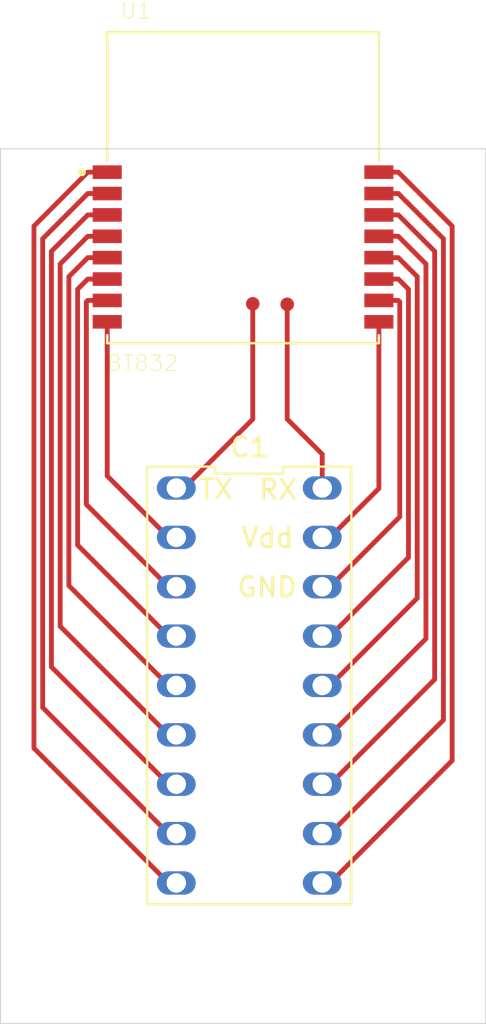
<source format=kicad_pcb>
(kicad_pcb (version 20171130) (host pcbnew "(5.1.2)-2")

  (general
    (thickness 1.6)
    (drawings 8)
    (tracks 82)
    (zones 0)
    (modules 2)
    (nets 19)
  )

  (page A4)
  (title_block
    (title "BT832 Breakout Board")
    (date 2019-06-28)
    (rev v01)
    (company "Fluke Corporation")
    (comment 4 "Author: Brandon Thompson")
  )

  (layers
    (0 F.Cu signal)
    (31 B.Cu signal)
    (32 B.Adhes user)
    (33 F.Adhes user)
    (34 B.Paste user)
    (35 F.Paste user)
    (36 B.SilkS user)
    (37 F.SilkS user)
    (38 B.Mask user)
    (39 F.Mask user hide)
    (40 Dwgs.User user)
    (41 Cmts.User user)
    (42 Eco1.User user)
    (43 Eco2.User user)
    (44 Edge.Cuts user)
    (45 Margin user)
    (46 B.CrtYd user)
    (47 F.CrtYd user)
    (48 B.Fab user)
    (49 F.Fab user)
  )

  (setup
    (last_trace_width 0.25)
    (trace_clearance 0.2)
    (zone_clearance 0.508)
    (zone_45_only no)
    (trace_min 0.2)
    (via_size 0.8)
    (via_drill 0.4)
    (via_min_size 0.5)
    (via_min_drill 0.3)
    (uvia_size 0.3)
    (uvia_drill 0.1)
    (uvias_allowed no)
    (uvia_min_size 0.2)
    (uvia_min_drill 0.1)
    (edge_width 0.05)
    (segment_width 0.2)
    (pcb_text_width 0.3)
    (pcb_text_size 1.5 1.5)
    (mod_edge_width 0.12)
    (mod_text_size 1 1)
    (mod_text_width 0.15)
    (pad_size 1.524 1.524)
    (pad_drill 0.762)
    (pad_to_mask_clearance 0.051)
    (solder_mask_min_width 0.25)
    (aux_axis_origin 0 0)
    (visible_elements 7FFFFFFF)
    (pcbplotparams
      (layerselection 0x01000_ffffffff)
      (usegerberextensions false)
      (usegerberattributes false)
      (usegerberadvancedattributes false)
      (creategerberjobfile false)
      (excludeedgelayer true)
      (linewidth 0.100000)
      (plotframeref false)
      (viasonmask false)
      (mode 1)
      (useauxorigin false)
      (hpglpennumber 1)
      (hpglpenspeed 20)
      (hpglpendiameter 15.000000)
      (psnegative false)
      (psa4output false)
      (plotreference true)
      (plotvalue true)
      (plotinvisibletext false)
      (padsonsilk false)
      (subtractmaskfromsilk false)
      (outputformat 1)
      (mirror false)
      (drillshape 0)
      (scaleselection 1)
      (outputdirectory ""))
  )

  (net 0 "")
  (net 1 GND)
  (net 2 Vdd)
  (net 3 "Net-(C1-Pad9)")
  (net 4 "Net-(C1-Pad10)")
  (net 5 "Net-(C1-Pad8)")
  (net 6 "Net-(C1-Pad11)")
  (net 7 "Net-(C1-Pad7)")
  (net 8 "Net-(C1-Pad12)")
  (net 9 "Net-(C1-Pad6)")
  (net 10 "Net-(C1-Pad13)")
  (net 11 "Net-(C1-Pad5)")
  (net 12 "Net-(C1-Pad14)")
  (net 13 "Net-(C1-Pad4)")
  (net 14 "Net-(C1-Pad15)")
  (net 15 "Net-(C1-Pad3)")
  (net 16 "Net-(C1-Pad18)")
  (net 17 "Net-(C1-Pad2)")
  (net 18 "Net-(C1-Pad1)")

  (net_class Default "This is the default net class."
    (clearance 0.2)
    (trace_width 0.25)
    (via_dia 0.8)
    (via_drill 0.4)
    (uvia_dia 0.3)
    (uvia_drill 0.1)
    (add_net GND)
    (add_net "Net-(C1-Pad1)")
    (add_net "Net-(C1-Pad10)")
    (add_net "Net-(C1-Pad11)")
    (add_net "Net-(C1-Pad12)")
    (add_net "Net-(C1-Pad13)")
    (add_net "Net-(C1-Pad14)")
    (add_net "Net-(C1-Pad15)")
    (add_net "Net-(C1-Pad18)")
    (add_net "Net-(C1-Pad2)")
    (add_net "Net-(C1-Pad3)")
    (add_net "Net-(C1-Pad4)")
    (add_net "Net-(C1-Pad5)")
    (add_net "Net-(C1-Pad6)")
    (add_net "Net-(C1-Pad7)")
    (add_net "Net-(C1-Pad8)")
    (add_net "Net-(C1-Pad9)")
    (add_net Vdd)
  )

  (module "BLE PCB:BT832" (layer F.Cu) (tedit 5D27EEA1) (tstamp 5D283E2E)
    (at 135 72)
    (path /5D27FEC9)
    (attr smd)
    (fp_text reference U1 (at -5.52127 -9.09924) (layer F.SilkS)
      (effects (font (size 0.802181 0.802181) (thickness 0.05)))
    )
    (fp_text value BT832 (at -5.17567 9.03351) (layer F.SilkS)
      (effects (font (size 0.80252 0.80252) (thickness 0.05)))
    )
    (fp_line (start 7 -1.58) (end 7 8) (layer Eco2.User) (width 0.127))
    (fp_line (start 7 8) (end -7 8) (layer Eco2.User) (width 0.127))
    (fp_line (start -7 8) (end -7 -8) (layer Eco2.User) (width 0.127))
    (fp_line (start -7 -8) (end 7 -8) (layer Eco2.User) (width 0.127))
    (fp_line (start 7 -8) (end 7 -1.59) (layer Eco2.User) (width 0.127))
    (fp_line (start -7 -1.39) (end -7 -8) (layer F.SilkS) (width 0.127))
    (fp_line (start -7 -8) (end 7 -8) (layer F.SilkS) (width 0.127))
    (fp_line (start 7 -8) (end 7 -1.39) (layer F.SilkS) (width 0.127))
    (fp_line (start -7 7.59) (end -7 8) (layer F.SilkS) (width 0.127))
    (fp_line (start -7 8) (end 7 8) (layer F.SilkS) (width 0.127))
    (fp_line (start 7 8) (end 7 7.59) (layer F.SilkS) (width 0.127))
    (fp_line (start -8 8.25) (end -8 -8.25) (layer Eco1.User) (width 0.05))
    (fp_line (start -8 -8.25) (end 8 -8.25) (layer Eco1.User) (width 0.05))
    (fp_line (start 8 8.25) (end -8 8.25) (layer Eco1.User) (width 0.05))
    (fp_circle (center -8.3 -0.79) (end -8.2 -0.79) (layer F.SilkS) (width 0.2))
    (fp_circle (center -6.325 -0.79) (end -6.225 -0.79) (layer Eco2.User) (width 0.2))
    (fp_poly (pts (xy -7.01262 -8) (xy 7 -8) (xy 7 -3.00541) (xy -7.01262 -3.00541)) (layer Dwgs.User) (width 0))
    (fp_poly (pts (xy -7.00236 -8) (xy 7 -8) (xy 7 -3.00101) (xy -7.00236 -3.00101)) (layer Dwgs.User) (width 0))
    (fp_line (start 8 -8.25) (end 8 8.25) (layer Eco1.User) (width 0.05))
    (pad D5 smd circle (at 2.275 6) (size 0.7 0.7) (layers F.Cu F.Paste F.Mask)
      (net 16 "Net-(C1-Pad18)"))
    (pad C5 smd circle (at 0.5 5.975) (size 0.7 0.7) (layers F.Cu F.Paste F.Mask)
      (net 18 "Net-(C1-Pad1)"))
    (pad 1 smd rect (at -7 -0.8) (size 1.5 0.7) (layers F.Cu F.Paste F.Mask)
      (net 3 "Net-(C1-Pad9)"))
    (pad 2 smd rect (at -7 0.3) (size 1.5 0.7) (layers F.Cu F.Paste F.Mask)
      (net 5 "Net-(C1-Pad8)"))
    (pad 3 smd rect (at -7 1.4) (size 1.5 0.7) (layers F.Cu F.Paste F.Mask)
      (net 7 "Net-(C1-Pad7)"))
    (pad 4 smd rect (at -7 2.5) (size 1.5 0.7) (layers F.Cu F.Paste F.Mask)
      (net 9 "Net-(C1-Pad6)"))
    (pad 5 smd rect (at -7 3.6) (size 1.5 0.7) (layers F.Cu F.Paste F.Mask)
      (net 11 "Net-(C1-Pad5)"))
    (pad 6 smd rect (at -7 4.7) (size 1.5 0.7) (layers F.Cu F.Paste F.Mask)
      (net 13 "Net-(C1-Pad4)"))
    (pad 7 smd rect (at -7 5.8) (size 1.5 0.7) (layers F.Cu F.Paste F.Mask)
      (net 15 "Net-(C1-Pad3)"))
    (pad 8 smd rect (at -7 6.9) (size 1.5 0.7) (layers F.Cu F.Paste F.Mask)
      (net 17 "Net-(C1-Pad2)"))
    (pad 9 smd rect (at 7 6.9 180) (size 1.5 0.7) (layers F.Cu F.Paste F.Mask)
      (net 2 Vdd))
    (pad 10 smd rect (at 7 5.8 180) (size 1.5 0.7) (layers F.Cu F.Paste F.Mask)
      (net 1 GND))
    (pad 11 smd rect (at 7 4.7 180) (size 1.5 0.7) (layers F.Cu F.Paste F.Mask)
      (net 14 "Net-(C1-Pad15)"))
    (pad 12 smd rect (at 7 3.6 180) (size 1.5 0.7) (layers F.Cu F.Paste F.Mask)
      (net 12 "Net-(C1-Pad14)"))
    (pad 13 smd rect (at 7 2.5 180) (size 1.5 0.7) (layers F.Cu F.Paste F.Mask)
      (net 10 "Net-(C1-Pad13)"))
    (pad 14 smd rect (at 7 1.4 180) (size 1.5 0.7) (layers F.Cu F.Paste F.Mask)
      (net 8 "Net-(C1-Pad12)"))
    (pad 15 smd rect (at 7 0.3 180) (size 1.5 0.7) (layers F.Cu F.Paste F.Mask)
      (net 6 "Net-(C1-Pad11)"))
    (pad 16 smd rect (at 7 -0.8 180) (size 1.5 0.7) (layers F.Cu F.Paste F.Mask)
      (net 4 "Net-(C1-Pad10)"))
  )

  (module "BLE PCB:DIP-18_296_ELL" (layer F.Cu) (tedit 0) (tstamp 5D283DE5)
    (at 135.32 97.61 270)
    (path /5D2BA604)
    (fp_text reference C1 (at -12.26 0) (layer F.SilkS)
      (effects (font (size 1 1) (thickness 0.15)))
    )
    (fp_text value 2x8Conn (at 0 0 270) (layer F.Fab)
      (effects (font (size 1 1) (thickness 0.15)))
    )
    (fp_line (start -11.01 5.01) (end -11.01 -5.01) (layer F.CrtYd) (width 0.05))
    (fp_line (start 11.01 5.01) (end -11.01 5.01) (layer F.CrtYd) (width 0.05))
    (fp_line (start 11.01 -5.01) (end 11.01 5.01) (layer F.CrtYd) (width 0.05))
    (fp_line (start -11.01 -5.01) (end 11.01 -5.01) (layer F.CrtYd) (width 0.05))
    (fp_line (start -11.26 1.753333) (end -11.26 5.259999) (layer F.SilkS) (width 0.12))
    (fp_line (start -10.9 1.753333) (end -11.26 1.753333) (layer F.SilkS) (width 0.12))
    (fp_line (start -10.9 -1.753333) (end -10.9 1.753333) (layer F.SilkS) (width 0.12))
    (fp_line (start -11.26 -1.753333) (end -10.9 -1.753333) (layer F.SilkS) (width 0.12))
    (fp_line (start -11.26 -5.26) (end -11.26 -1.753333) (layer F.SilkS) (width 0.12))
    (fp_line (start 11.26 -5.259999) (end -11.26 -5.26) (layer F.SilkS) (width 0.12))
    (fp_line (start 11.26 5.26) (end 11.26 -5.259999) (layer F.SilkS) (width 0.12))
    (fp_line (start -11.26 5.259999) (end 11.26 5.26) (layer F.SilkS) (width 0.12))
    (pad 9 thru_hole oval (at 10.16 3.76 270) (size 1.2 2) (drill 1) (layers *.Cu *.Mask)
      (net 3 "Net-(C1-Pad9)"))
    (pad 10 thru_hole oval (at 10.16 -3.76 270) (size 1.2 2) (drill 1) (layers *.Cu *.Mask)
      (net 4 "Net-(C1-Pad10)"))
    (pad 8 thru_hole oval (at 7.62 3.76 270) (size 1.2 2) (drill 1) (layers *.Cu *.Mask)
      (net 5 "Net-(C1-Pad8)"))
    (pad 11 thru_hole oval (at 7.62 -3.76 270) (size 1.2 2) (drill 1) (layers *.Cu *.Mask)
      (net 6 "Net-(C1-Pad11)"))
    (pad 7 thru_hole oval (at 5.08 3.76 270) (size 1.2 2) (drill 1) (layers *.Cu *.Mask)
      (net 7 "Net-(C1-Pad7)"))
    (pad 12 thru_hole oval (at 5.08 -3.76 270) (size 1.2 2) (drill 1) (layers *.Cu *.Mask)
      (net 8 "Net-(C1-Pad12)"))
    (pad 6 thru_hole oval (at 2.54 3.76 270) (size 1.2 2) (drill 1) (layers *.Cu *.Mask)
      (net 9 "Net-(C1-Pad6)"))
    (pad 13 thru_hole oval (at 2.54 -3.76 270) (size 1.2 2) (drill 1) (layers *.Cu *.Mask)
      (net 10 "Net-(C1-Pad13)"))
    (pad 5 thru_hole oval (at 0 3.76 270) (size 1.2 2) (drill 1) (layers *.Cu *.Mask)
      (net 11 "Net-(C1-Pad5)"))
    (pad 14 thru_hole oval (at 0 -3.76 270) (size 1.2 2) (drill 1) (layers *.Cu *.Mask)
      (net 12 "Net-(C1-Pad14)"))
    (pad 4 thru_hole oval (at -2.54 3.76 270) (size 1.2 2) (drill 1) (layers *.Cu *.Mask)
      (net 13 "Net-(C1-Pad4)"))
    (pad 15 thru_hole oval (at -2.54 -3.76 270) (size 1.2 2) (drill 1) (layers *.Cu *.Mask)
      (net 14 "Net-(C1-Pad15)"))
    (pad 3 thru_hole oval (at -5.08 3.76 270) (size 1.2 2) (drill 1) (layers *.Cu *.Mask)
      (net 15 "Net-(C1-Pad3)"))
    (pad 16 thru_hole oval (at -5.08 -3.76 270) (size 1.2 2) (drill 1) (layers *.Cu *.Mask)
      (net 1 GND))
    (pad 2 thru_hole oval (at -7.62 3.76 270) (size 1.2 2) (drill 1) (layers *.Cu *.Mask)
      (net 17 "Net-(C1-Pad2)"))
    (pad 17 thru_hole oval (at -7.62 -3.76 270) (size 1.2 2) (drill 1) (layers *.Cu *.Mask)
      (net 2 Vdd))
    (pad 1 thru_hole oval (at -10.16 3.76 270) (size 1.2 2) (drill 1) (layers *.Cu *.Mask)
      (net 18 "Net-(C1-Pad1)"))
    (pad 18 thru_hole oval (at -10.16 -3.76 270) (size 1.2 2) (drill 1) (layers *.Cu *.Mask)
      (net 16 "Net-(C1-Pad18)"))
  )

  (gr_line (start 122.5 70) (end 122.5 115) (layer Edge.Cuts) (width 0.05))
  (gr_line (start 147.5 115) (end 147.5 70) (layer Edge.Cuts) (width 0.05) (tstamp 5D1680A0))
  (gr_text RX (at 136.8 87.54) (layer F.SilkS)
    (effects (font (size 1 1) (thickness 0.15)))
  )
  (gr_text "TX\n" (at 133.61 87.52) (layer F.SilkS)
    (effects (font (size 1 1) (thickness 0.15)))
  )
  (gr_text "Vdd\n" (at 136.26 90.01) (layer F.SilkS)
    (effects (font (size 1 1) (thickness 0.15)))
  )
  (gr_text GND (at 136.24 92.55) (layer F.SilkS)
    (effects (font (size 1 1) (thickness 0.15)))
  )
  (gr_line (start 122.5 115) (end 147.5 115) (layer Edge.Cuts) (width 0.05))
  (gr_line (start 122.5 70) (end 147.5 70) (layer Edge.Cuts) (width 0.05))

  (segment (start 139.48 92.53) (end 139.08 92.53) (width 0.25) (layer F.Cu) (net 1))
  (segment (start 143.075001 88.934999) (end 139.48 92.53) (width 0.25) (layer F.Cu) (net 1))
  (segment (start 143.075001 77.875001) (end 143.075001 88.934999) (width 0.25) (layer F.Cu) (net 1))
  (segment (start 143 77.8) (end 143.075001 77.875001) (width 0.25) (layer F.Cu) (net 1))
  (segment (start 142 77.8) (end 143 77.8) (width 0.25) (layer F.Cu) (net 1))
  (segment (start 139.48 89.99) (end 139.08 89.99) (width 0.25) (layer F.Cu) (net 2))
  (segment (start 142 87.47) (end 139.48 89.99) (width 0.25) (layer F.Cu) (net 2))
  (segment (start 142 78.9) (end 142 87.47) (width 0.25) (layer F.Cu) (net 2))
  (segment (start 131.16 107.77) (end 131.56 107.77) (width 0.25) (layer F.Cu) (net 3))
  (segment (start 124.224939 100.834939) (end 131.16 107.77) (width 0.25) (layer F.Cu) (net 3))
  (segment (start 124.224939 73.975061) (end 124.224939 100.834939) (width 0.25) (layer F.Cu) (net 3))
  (segment (start 127 71.2) (end 124.224939 73.975061) (width 0.25) (layer F.Cu) (net 3))
  (segment (start 128 71.2) (end 127 71.2) (width 0.25) (layer F.Cu) (net 3))
  (segment (start 139.48 107.77) (end 139.08 107.77) (width 0.25) (layer F.Cu) (net 4))
  (segment (start 145.77506 101.47494) (end 139.48 107.77) (width 0.25) (layer F.Cu) (net 4))
  (segment (start 145.77506 73.97506) (end 145.77506 101.47494) (width 0.25) (layer F.Cu) (net 4))
  (segment (start 143 71.2) (end 145.77506 73.97506) (width 0.25) (layer F.Cu) (net 4))
  (segment (start 142 71.2) (end 143 71.2) (width 0.25) (layer F.Cu) (net 4))
  (segment (start 131.16 105.23) (end 131.56 105.23) (width 0.25) (layer F.Cu) (net 5))
  (segment (start 124.674949 98.744949) (end 131.16 105.23) (width 0.25) (layer F.Cu) (net 5))
  (segment (start 124.674949 74.625051) (end 124.674949 98.744949) (width 0.25) (layer F.Cu) (net 5))
  (segment (start 127 72.3) (end 124.674949 74.625051) (width 0.25) (layer F.Cu) (net 5))
  (segment (start 128 72.3) (end 127 72.3) (width 0.25) (layer F.Cu) (net 5))
  (segment (start 139.48 105.23) (end 139.08 105.23) (width 0.25) (layer F.Cu) (net 6))
  (segment (start 145.32505 99.38495) (end 139.48 105.23) (width 0.25) (layer F.Cu) (net 6))
  (segment (start 145.32505 74.62505) (end 145.32505 99.38495) (width 0.25) (layer F.Cu) (net 6))
  (segment (start 143 72.3) (end 145.32505 74.62505) (width 0.25) (layer F.Cu) (net 6))
  (segment (start 142 72.3) (end 143 72.3) (width 0.25) (layer F.Cu) (net 6))
  (segment (start 131.16 102.69) (end 131.56 102.69) (width 0.25) (layer F.Cu) (net 7))
  (segment (start 125.124959 96.654959) (end 131.16 102.69) (width 0.25) (layer F.Cu) (net 7))
  (segment (start 125.124959 75.275041) (end 125.124959 96.654959) (width 0.25) (layer F.Cu) (net 7))
  (segment (start 127 73.4) (end 125.124959 75.275041) (width 0.25) (layer F.Cu) (net 7))
  (segment (start 128 73.4) (end 127 73.4) (width 0.25) (layer F.Cu) (net 7))
  (segment (start 139.48 102.69) (end 139.08 102.69) (width 0.25) (layer F.Cu) (net 8))
  (segment (start 144.875041 97.294959) (end 139.48 102.69) (width 0.25) (layer F.Cu) (net 8))
  (segment (start 144.875041 75.275041) (end 144.875041 97.294959) (width 0.25) (layer F.Cu) (net 8))
  (segment (start 143 73.4) (end 144.875041 75.275041) (width 0.25) (layer F.Cu) (net 8))
  (segment (start 142 73.4) (end 143 73.4) (width 0.25) (layer F.Cu) (net 8))
  (segment (start 131.16 100.15) (end 131.56 100.15) (width 0.25) (layer F.Cu) (net 9))
  (segment (start 125.574969 94.564969) (end 131.16 100.15) (width 0.25) (layer F.Cu) (net 9))
  (segment (start 125.574969 75.925031) (end 125.574969 94.564969) (width 0.25) (layer F.Cu) (net 9))
  (segment (start 127 74.5) (end 125.574969 75.925031) (width 0.25) (layer F.Cu) (net 9))
  (segment (start 128 74.5) (end 127 74.5) (width 0.25) (layer F.Cu) (net 9))
  (segment (start 139.48 100.15) (end 139.08 100.15) (width 0.25) (layer F.Cu) (net 10))
  (segment (start 144.425031 95.204969) (end 139.48 100.15) (width 0.25) (layer F.Cu) (net 10))
  (segment (start 144.425031 75.925031) (end 144.425031 95.204969) (width 0.25) (layer F.Cu) (net 10))
  (segment (start 143 74.5) (end 144.425031 75.925031) (width 0.25) (layer F.Cu) (net 10))
  (segment (start 142 74.5) (end 143 74.5) (width 0.25) (layer F.Cu) (net 10))
  (segment (start 131.16 97.61) (end 131.56 97.61) (width 0.25) (layer F.Cu) (net 11))
  (segment (start 126.024979 92.474979) (end 131.16 97.61) (width 0.25) (layer F.Cu) (net 11))
  (segment (start 126.024979 76.575021) (end 126.024979 92.474979) (width 0.25) (layer F.Cu) (net 11))
  (segment (start 127 75.6) (end 126.024979 76.575021) (width 0.25) (layer F.Cu) (net 11))
  (segment (start 128 75.6) (end 127 75.6) (width 0.25) (layer F.Cu) (net 11))
  (segment (start 139.48 97.61) (end 139.08 97.61) (width 0.25) (layer F.Cu) (net 12))
  (segment (start 143.975021 93.114979) (end 139.48 97.61) (width 0.25) (layer F.Cu) (net 12))
  (segment (start 143.975021 76.575021) (end 143.975021 93.114979) (width 0.25) (layer F.Cu) (net 12))
  (segment (start 143 75.6) (end 143.975021 76.575021) (width 0.25) (layer F.Cu) (net 12))
  (segment (start 142 75.6) (end 143 75.6) (width 0.25) (layer F.Cu) (net 12))
  (segment (start 131.16 95.07) (end 131.56 95.07) (width 0.25) (layer F.Cu) (net 13))
  (segment (start 126.474989 90.384989) (end 131.16 95.07) (width 0.25) (layer F.Cu) (net 13))
  (segment (start 126.474989 77.225011) (end 126.474989 90.384989) (width 0.25) (layer F.Cu) (net 13))
  (segment (start 127 76.7) (end 126.474989 77.225011) (width 0.25) (layer F.Cu) (net 13))
  (segment (start 128 76.7) (end 127 76.7) (width 0.25) (layer F.Cu) (net 13))
  (segment (start 139.48 95.07) (end 139.08 95.07) (width 0.25) (layer F.Cu) (net 14))
  (segment (start 143.525011 91.024989) (end 139.48 95.07) (width 0.25) (layer F.Cu) (net 14))
  (segment (start 143.525011 77.225011) (end 143.525011 91.024989) (width 0.25) (layer F.Cu) (net 14))
  (segment (start 143 76.7) (end 143.525011 77.225011) (width 0.25) (layer F.Cu) (net 14))
  (segment (start 142 76.7) (end 143 76.7) (width 0.25) (layer F.Cu) (net 14))
  (segment (start 131.16 92.53) (end 131.56 92.53) (width 0.25) (layer F.Cu) (net 15))
  (segment (start 126.924999 88.294999) (end 131.16 92.53) (width 0.25) (layer F.Cu) (net 15))
  (segment (start 126.924999 77.875001) (end 126.924999 88.294999) (width 0.25) (layer F.Cu) (net 15))
  (segment (start 127 77.8) (end 126.924999 77.875001) (width 0.25) (layer F.Cu) (net 15))
  (segment (start 128 77.8) (end 127 77.8) (width 0.25) (layer F.Cu) (net 15))
  (segment (start 137.275 78) (end 137.275 83.905) (width 0.25) (layer F.Cu) (net 16))
  (segment (start 139.08 85.71) (end 139.08 87.45) (width 0.25) (layer F.Cu) (net 16))
  (segment (start 137.275 83.905) (end 139.08 85.71) (width 0.25) (layer F.Cu) (net 16))
  (segment (start 131.16 89.99) (end 131.56 89.99) (width 0.25) (layer F.Cu) (net 17))
  (segment (start 128 86.83) (end 131.16 89.99) (width 0.25) (layer F.Cu) (net 17))
  (segment (start 128 78.9) (end 128 86.83) (width 0.25) (layer F.Cu) (net 17))
  (segment (start 131.96 87.45) (end 131.56 87.45) (width 0.25) (layer F.Cu) (net 18))
  (segment (start 135.5 83.91) (end 131.96 87.45) (width 0.25) (layer F.Cu) (net 18))
  (segment (start 135.5 77.975) (end 135.5 83.91) (width 0.25) (layer F.Cu) (net 18))

)

</source>
